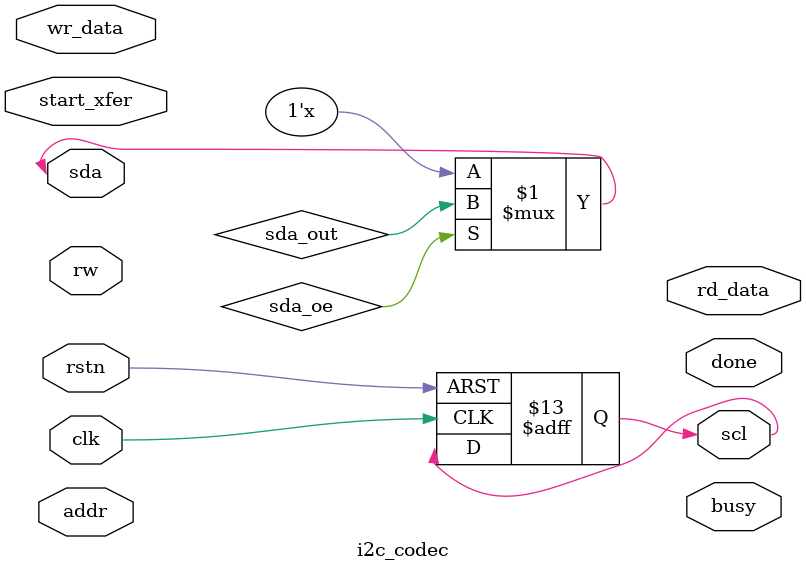
<source format=sv>
module i2c_codec (
    input wire clk, rstn, 
    input wire start_xfer, rw,
    input wire [6:0] addr,
    input wire [7:0] wr_data,
    inout wire sda,
    output reg scl,
    output reg [7:0] rd_data,
    output reg busy, done
);
    localparam IDLE=0, START=1, ADDR=2, RW=3, ACK1=4, DATA=5, ACK2=6, STOP=7;
    reg [2:0] state, next;
    reg [3:0] bit_cnt;
    reg [7:0] shift_reg;
    reg sda_out, sda_oe;
    
    assign sda = sda_oe ? sda_out : 1'bz;
    
    always @(posedge clk or negedge rstn)
        if (!rstn) begin state <= IDLE; bit_cnt <= 0; scl <= 1'b1; end
        else state <= next;
        
    always @(*) begin
        case (state)
            IDLE: next = start_xfer ? START : IDLE;
            START: next = ADDR;
            ADDR: next = (bit_cnt == 7) ? RW : ADDR;
            // Additional states would be implemented here
        endcase
    end
    
    // Implementation for data shifting, SDA control, etc. would follow
endmodule
</source>
